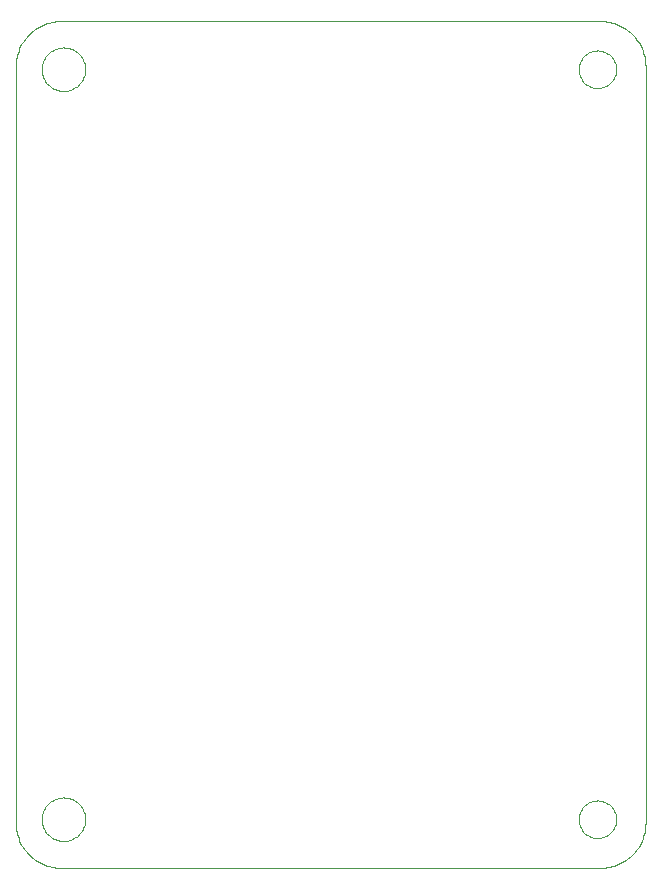
<source format=gko>
G75*
%MOIN*%
%OFA0B0*%
%FSLAX24Y24*%
%IPPOS*%
%LPD*%
%AMOC8*
5,1,8,0,0,1.08239X$1,22.5*
%
%ADD10C,0.0000*%
D10*
X001108Y002167D02*
X001108Y027387D01*
X001110Y027463D01*
X001116Y027539D01*
X001125Y027614D01*
X001139Y027689D01*
X001156Y027763D01*
X001177Y027836D01*
X001201Y027908D01*
X001230Y027979D01*
X001261Y028048D01*
X001296Y028115D01*
X001335Y028180D01*
X001377Y028244D01*
X001422Y028305D01*
X001470Y028364D01*
X001521Y028420D01*
X001575Y028474D01*
X001631Y028525D01*
X001690Y028573D01*
X001751Y028618D01*
X001815Y028660D01*
X001880Y028699D01*
X001947Y028734D01*
X002016Y028765D01*
X002087Y028794D01*
X002159Y028818D01*
X002232Y028839D01*
X002306Y028856D01*
X002381Y028870D01*
X002456Y028879D01*
X002532Y028885D01*
X002608Y028887D01*
X020600Y028887D01*
X020676Y028885D01*
X020752Y028879D01*
X020827Y028870D01*
X020902Y028856D01*
X020976Y028839D01*
X021049Y028818D01*
X021121Y028794D01*
X021192Y028765D01*
X021261Y028734D01*
X021328Y028699D01*
X021393Y028660D01*
X021457Y028618D01*
X021518Y028573D01*
X021577Y028525D01*
X021633Y028474D01*
X021687Y028420D01*
X021738Y028364D01*
X021786Y028305D01*
X021831Y028244D01*
X021873Y028180D01*
X021912Y028115D01*
X021947Y028048D01*
X021978Y027979D01*
X022007Y027908D01*
X022031Y027836D01*
X022052Y027763D01*
X022069Y027689D01*
X022083Y027614D01*
X022092Y027539D01*
X022098Y027463D01*
X022100Y027387D01*
X022100Y002167D01*
X022098Y002091D01*
X022092Y002015D01*
X022083Y001940D01*
X022069Y001865D01*
X022052Y001791D01*
X022031Y001718D01*
X022007Y001646D01*
X021978Y001575D01*
X021947Y001506D01*
X021912Y001439D01*
X021873Y001374D01*
X021831Y001310D01*
X021786Y001249D01*
X021738Y001190D01*
X021687Y001134D01*
X021633Y001080D01*
X021577Y001029D01*
X021518Y000981D01*
X021457Y000936D01*
X021393Y000894D01*
X021328Y000855D01*
X021261Y000820D01*
X021192Y000789D01*
X021121Y000760D01*
X021049Y000736D01*
X020976Y000715D01*
X020902Y000698D01*
X020827Y000684D01*
X020752Y000675D01*
X020676Y000669D01*
X020600Y000667D01*
X002608Y000667D01*
X002532Y000669D01*
X002456Y000675D01*
X002381Y000684D01*
X002306Y000698D01*
X002232Y000715D01*
X002159Y000736D01*
X002087Y000760D01*
X002016Y000789D01*
X001947Y000820D01*
X001880Y000855D01*
X001815Y000894D01*
X001751Y000936D01*
X001690Y000981D01*
X001631Y001029D01*
X001575Y001080D01*
X001521Y001134D01*
X001470Y001190D01*
X001422Y001249D01*
X001377Y001310D01*
X001335Y001374D01*
X001296Y001439D01*
X001261Y001506D01*
X001230Y001575D01*
X001201Y001646D01*
X001177Y001718D01*
X001156Y001791D01*
X001139Y001865D01*
X001125Y001940D01*
X001116Y002015D01*
X001110Y002091D01*
X001108Y002167D01*
X001975Y002287D02*
X001977Y002341D01*
X001983Y002394D01*
X001993Y002446D01*
X002006Y002498D01*
X002024Y002549D01*
X002045Y002598D01*
X002070Y002646D01*
X002098Y002691D01*
X002130Y002735D01*
X002164Y002775D01*
X002202Y002814D01*
X002242Y002849D01*
X002285Y002881D01*
X002330Y002910D01*
X002377Y002936D01*
X002426Y002958D01*
X002476Y002977D01*
X002527Y002991D01*
X002580Y003002D01*
X002633Y003009D01*
X002687Y003012D01*
X002740Y003011D01*
X002794Y003006D01*
X002846Y002997D01*
X002898Y002984D01*
X002949Y002968D01*
X002999Y002947D01*
X003047Y002924D01*
X003093Y002896D01*
X003137Y002866D01*
X003178Y002832D01*
X003217Y002795D01*
X003253Y002755D01*
X003287Y002713D01*
X003316Y002669D01*
X003343Y002622D01*
X003366Y002574D01*
X003385Y002524D01*
X003401Y002472D01*
X003413Y002420D01*
X003421Y002367D01*
X003425Y002314D01*
X003425Y002260D01*
X003421Y002207D01*
X003413Y002154D01*
X003401Y002102D01*
X003385Y002050D01*
X003366Y002000D01*
X003343Y001952D01*
X003316Y001905D01*
X003287Y001861D01*
X003253Y001819D01*
X003217Y001779D01*
X003178Y001742D01*
X003137Y001708D01*
X003093Y001678D01*
X003047Y001650D01*
X002999Y001627D01*
X002949Y001606D01*
X002898Y001590D01*
X002846Y001577D01*
X002794Y001568D01*
X002740Y001563D01*
X002687Y001562D01*
X002633Y001565D01*
X002580Y001572D01*
X002527Y001583D01*
X002476Y001597D01*
X002426Y001616D01*
X002377Y001638D01*
X002330Y001664D01*
X002285Y001693D01*
X002242Y001725D01*
X002202Y001760D01*
X002164Y001799D01*
X002130Y001839D01*
X002098Y001883D01*
X002070Y001928D01*
X002045Y001976D01*
X002024Y002025D01*
X002006Y002076D01*
X001993Y002128D01*
X001983Y002180D01*
X001977Y002233D01*
X001975Y002287D01*
X019875Y002287D02*
X019877Y002337D01*
X019883Y002386D01*
X019893Y002435D01*
X019906Y002482D01*
X019924Y002529D01*
X019945Y002574D01*
X019969Y002617D01*
X019997Y002658D01*
X020028Y002697D01*
X020062Y002733D01*
X020099Y002767D01*
X020139Y002797D01*
X020180Y002824D01*
X020224Y002848D01*
X020269Y002868D01*
X020316Y002884D01*
X020364Y002897D01*
X020413Y002906D01*
X020463Y002911D01*
X020512Y002912D01*
X020562Y002909D01*
X020611Y002902D01*
X020660Y002891D01*
X020707Y002877D01*
X020753Y002858D01*
X020798Y002836D01*
X020841Y002811D01*
X020881Y002782D01*
X020919Y002750D01*
X020955Y002716D01*
X020988Y002678D01*
X021017Y002638D01*
X021043Y002596D01*
X021066Y002552D01*
X021085Y002506D01*
X021101Y002459D01*
X021113Y002410D01*
X021121Y002361D01*
X021125Y002312D01*
X021125Y002262D01*
X021121Y002213D01*
X021113Y002164D01*
X021101Y002115D01*
X021085Y002068D01*
X021066Y002022D01*
X021043Y001978D01*
X021017Y001936D01*
X020988Y001896D01*
X020955Y001858D01*
X020919Y001824D01*
X020881Y001792D01*
X020841Y001763D01*
X020798Y001738D01*
X020753Y001716D01*
X020707Y001697D01*
X020660Y001683D01*
X020611Y001672D01*
X020562Y001665D01*
X020512Y001662D01*
X020463Y001663D01*
X020413Y001668D01*
X020364Y001677D01*
X020316Y001690D01*
X020269Y001706D01*
X020224Y001726D01*
X020180Y001750D01*
X020139Y001777D01*
X020099Y001807D01*
X020062Y001841D01*
X020028Y001877D01*
X019997Y001916D01*
X019969Y001957D01*
X019945Y002000D01*
X019924Y002045D01*
X019906Y002092D01*
X019893Y002139D01*
X019883Y002188D01*
X019877Y002237D01*
X019875Y002287D01*
X019875Y027287D02*
X019877Y027337D01*
X019883Y027386D01*
X019893Y027435D01*
X019906Y027482D01*
X019924Y027529D01*
X019945Y027574D01*
X019969Y027617D01*
X019997Y027658D01*
X020028Y027697D01*
X020062Y027733D01*
X020099Y027767D01*
X020139Y027797D01*
X020180Y027824D01*
X020224Y027848D01*
X020269Y027868D01*
X020316Y027884D01*
X020364Y027897D01*
X020413Y027906D01*
X020463Y027911D01*
X020512Y027912D01*
X020562Y027909D01*
X020611Y027902D01*
X020660Y027891D01*
X020707Y027877D01*
X020753Y027858D01*
X020798Y027836D01*
X020841Y027811D01*
X020881Y027782D01*
X020919Y027750D01*
X020955Y027716D01*
X020988Y027678D01*
X021017Y027638D01*
X021043Y027596D01*
X021066Y027552D01*
X021085Y027506D01*
X021101Y027459D01*
X021113Y027410D01*
X021121Y027361D01*
X021125Y027312D01*
X021125Y027262D01*
X021121Y027213D01*
X021113Y027164D01*
X021101Y027115D01*
X021085Y027068D01*
X021066Y027022D01*
X021043Y026978D01*
X021017Y026936D01*
X020988Y026896D01*
X020955Y026858D01*
X020919Y026824D01*
X020881Y026792D01*
X020841Y026763D01*
X020798Y026738D01*
X020753Y026716D01*
X020707Y026697D01*
X020660Y026683D01*
X020611Y026672D01*
X020562Y026665D01*
X020512Y026662D01*
X020463Y026663D01*
X020413Y026668D01*
X020364Y026677D01*
X020316Y026690D01*
X020269Y026706D01*
X020224Y026726D01*
X020180Y026750D01*
X020139Y026777D01*
X020099Y026807D01*
X020062Y026841D01*
X020028Y026877D01*
X019997Y026916D01*
X019969Y026957D01*
X019945Y027000D01*
X019924Y027045D01*
X019906Y027092D01*
X019893Y027139D01*
X019883Y027188D01*
X019877Y027237D01*
X019875Y027287D01*
X001975Y027287D02*
X001977Y027341D01*
X001983Y027394D01*
X001993Y027446D01*
X002006Y027498D01*
X002024Y027549D01*
X002045Y027598D01*
X002070Y027646D01*
X002098Y027691D01*
X002130Y027735D01*
X002164Y027775D01*
X002202Y027814D01*
X002242Y027849D01*
X002285Y027881D01*
X002330Y027910D01*
X002377Y027936D01*
X002426Y027958D01*
X002476Y027977D01*
X002527Y027991D01*
X002580Y028002D01*
X002633Y028009D01*
X002687Y028012D01*
X002740Y028011D01*
X002794Y028006D01*
X002846Y027997D01*
X002898Y027984D01*
X002949Y027968D01*
X002999Y027947D01*
X003047Y027924D01*
X003093Y027896D01*
X003137Y027866D01*
X003178Y027832D01*
X003217Y027795D01*
X003253Y027755D01*
X003287Y027713D01*
X003316Y027669D01*
X003343Y027622D01*
X003366Y027574D01*
X003385Y027524D01*
X003401Y027472D01*
X003413Y027420D01*
X003421Y027367D01*
X003425Y027314D01*
X003425Y027260D01*
X003421Y027207D01*
X003413Y027154D01*
X003401Y027102D01*
X003385Y027050D01*
X003366Y027000D01*
X003343Y026952D01*
X003316Y026905D01*
X003287Y026861D01*
X003253Y026819D01*
X003217Y026779D01*
X003178Y026742D01*
X003137Y026708D01*
X003093Y026678D01*
X003047Y026650D01*
X002999Y026627D01*
X002949Y026606D01*
X002898Y026590D01*
X002846Y026577D01*
X002794Y026568D01*
X002740Y026563D01*
X002687Y026562D01*
X002633Y026565D01*
X002580Y026572D01*
X002527Y026583D01*
X002476Y026597D01*
X002426Y026616D01*
X002377Y026638D01*
X002330Y026664D01*
X002285Y026693D01*
X002242Y026725D01*
X002202Y026760D01*
X002164Y026799D01*
X002130Y026839D01*
X002098Y026883D01*
X002070Y026928D01*
X002045Y026976D01*
X002024Y027025D01*
X002006Y027076D01*
X001993Y027128D01*
X001983Y027180D01*
X001977Y027233D01*
X001975Y027287D01*
M02*

</source>
